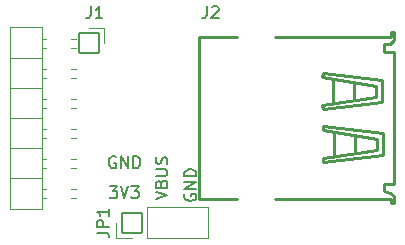
<source format=gto>
%TF.GenerationSoftware,KiCad,Pcbnew,6.0.11-2627ca5db0~126~ubuntu22.04.1*%
%TF.CreationDate,2023-02-25T21:45:27+01:00*%
%TF.ProjectId,pmod,706d6f64-2e6b-4696-9361-645f70636258,0.7*%
%TF.SameCoordinates,Original*%
%TF.FileFunction,Legend,Top*%
%TF.FilePolarity,Positive*%
%FSLAX46Y46*%
G04 Gerber Fmt 4.6, Leading zero omitted, Abs format (unit mm)*
G04 Created by KiCad (PCBNEW 6.0.11-2627ca5db0~126~ubuntu22.04.1) date 2023-02-25 21:45:27*
%MOMM*%
%LPD*%
G01*
G04 APERTURE LIST*
G04 Aperture macros list*
%AMRoundRect*
0 Rectangle with rounded corners*
0 $1 Rounding radius*
0 $2 $3 $4 $5 $6 $7 $8 $9 X,Y pos of 4 corners*
0 Add a 4 corners polygon primitive as box body*
4,1,4,$2,$3,$4,$5,$6,$7,$8,$9,$2,$3,0*
0 Add four circle primitives for the rounded corners*
1,1,$1+$1,$2,$3*
1,1,$1+$1,$4,$5*
1,1,$1+$1,$6,$7*
1,1,$1+$1,$8,$9*
0 Add four rect primitives between the rounded corners*
20,1,$1+$1,$2,$3,$4,$5,0*
20,1,$1+$1,$4,$5,$6,$7,0*
20,1,$1+$1,$6,$7,$8,$9,0*
20,1,$1+$1,$8,$9,$2,$3,0*%
G04 Aperture macros list end*
%ADD10C,0.150000*%
%ADD11C,0.152000*%
%ADD12C,0.120000*%
%ADD13C,0.254000*%
%ADD14RoundRect,0.050000X0.850000X0.850000X-0.850000X0.850000X-0.850000X-0.850000X0.850000X-0.850000X0*%
%ADD15O,1.800000X1.800000*%
%ADD16C,1.800000*%
%ADD17C,1.400000*%
%ADD18C,2.900000*%
%ADD19RoundRect,0.050000X0.850000X-0.850000X0.850000X0.850000X-0.850000X0.850000X-0.850000X-0.850000X0*%
G04 APERTURE END LIST*
D10*
X145473095Y-78425000D02*
X145377857Y-78377380D01*
X145235000Y-78377380D01*
X145092142Y-78425000D01*
X144996904Y-78520238D01*
X144949285Y-78615476D01*
X144901666Y-78805952D01*
X144901666Y-78948809D01*
X144949285Y-79139285D01*
X144996904Y-79234523D01*
X145092142Y-79329761D01*
X145235000Y-79377380D01*
X145330238Y-79377380D01*
X145473095Y-79329761D01*
X145520714Y-79282142D01*
X145520714Y-78948809D01*
X145330238Y-78948809D01*
X145949285Y-79377380D02*
X145949285Y-78377380D01*
X146520714Y-79377380D01*
X146520714Y-78377380D01*
X146996904Y-79377380D02*
X146996904Y-78377380D01*
X147235000Y-78377380D01*
X147377857Y-78425000D01*
X147473095Y-78520238D01*
X147520714Y-78615476D01*
X147568333Y-78805952D01*
X147568333Y-78948809D01*
X147520714Y-79139285D01*
X147473095Y-79234523D01*
X147377857Y-79329761D01*
X147235000Y-79377380D01*
X146996904Y-79377380D01*
X151360000Y-81591904D02*
X151312380Y-81687142D01*
X151312380Y-81830000D01*
X151360000Y-81972857D01*
X151455238Y-82068095D01*
X151550476Y-82115714D01*
X151740952Y-82163333D01*
X151883809Y-82163333D01*
X152074285Y-82115714D01*
X152169523Y-82068095D01*
X152264761Y-81972857D01*
X152312380Y-81830000D01*
X152312380Y-81734761D01*
X152264761Y-81591904D01*
X152217142Y-81544285D01*
X151883809Y-81544285D01*
X151883809Y-81734761D01*
X152312380Y-81115714D02*
X151312380Y-81115714D01*
X152312380Y-80544285D01*
X151312380Y-80544285D01*
X152312380Y-80068095D02*
X151312380Y-80068095D01*
X151312380Y-79830000D01*
X151360000Y-79687142D01*
X151455238Y-79591904D01*
X151550476Y-79544285D01*
X151740952Y-79496666D01*
X151883809Y-79496666D01*
X152074285Y-79544285D01*
X152169523Y-79591904D01*
X152264761Y-79687142D01*
X152312380Y-79830000D01*
X152312380Y-80068095D01*
X148862380Y-82028333D02*
X149862380Y-81695000D01*
X148862380Y-81361666D01*
X149338571Y-80695000D02*
X149386190Y-80552142D01*
X149433809Y-80504523D01*
X149529047Y-80456904D01*
X149671904Y-80456904D01*
X149767142Y-80504523D01*
X149814761Y-80552142D01*
X149862380Y-80647380D01*
X149862380Y-81028333D01*
X148862380Y-81028333D01*
X148862380Y-80695000D01*
X148910000Y-80599761D01*
X148957619Y-80552142D01*
X149052857Y-80504523D01*
X149148095Y-80504523D01*
X149243333Y-80552142D01*
X149290952Y-80599761D01*
X149338571Y-80695000D01*
X149338571Y-81028333D01*
X148862380Y-80028333D02*
X149671904Y-80028333D01*
X149767142Y-79980714D01*
X149814761Y-79933095D01*
X149862380Y-79837857D01*
X149862380Y-79647380D01*
X149814761Y-79552142D01*
X149767142Y-79504523D01*
X149671904Y-79456904D01*
X148862380Y-79456904D01*
X149814761Y-79028333D02*
X149862380Y-78885476D01*
X149862380Y-78647380D01*
X149814761Y-78552142D01*
X149767142Y-78504523D01*
X149671904Y-78456904D01*
X149576666Y-78456904D01*
X149481428Y-78504523D01*
X149433809Y-78552142D01*
X149386190Y-78647380D01*
X149338571Y-78837857D01*
X149290952Y-78933095D01*
X149243333Y-78980714D01*
X149148095Y-79028333D01*
X149052857Y-79028333D01*
X148957619Y-78980714D01*
X148910000Y-78933095D01*
X148862380Y-78837857D01*
X148862380Y-78599761D01*
X148910000Y-78456904D01*
X144996904Y-80917380D02*
X145615952Y-80917380D01*
X145282619Y-81298333D01*
X145425476Y-81298333D01*
X145520714Y-81345952D01*
X145568333Y-81393571D01*
X145615952Y-81488809D01*
X145615952Y-81726904D01*
X145568333Y-81822142D01*
X145520714Y-81869761D01*
X145425476Y-81917380D01*
X145139761Y-81917380D01*
X145044523Y-81869761D01*
X144996904Y-81822142D01*
X145901666Y-80917380D02*
X146235000Y-81917380D01*
X146568333Y-80917380D01*
X146806428Y-80917380D02*
X147425476Y-80917380D01*
X147092142Y-81298333D01*
X147235000Y-81298333D01*
X147330238Y-81345952D01*
X147377857Y-81393571D01*
X147425476Y-81488809D01*
X147425476Y-81726904D01*
X147377857Y-81822142D01*
X147330238Y-81869761D01*
X147235000Y-81917380D01*
X146949285Y-81917380D01*
X146854047Y-81869761D01*
X146806428Y-81822142D01*
%TO.C,J1*%
X143361666Y-65677380D02*
X143361666Y-66391666D01*
X143314047Y-66534523D01*
X143218809Y-66629761D01*
X143075952Y-66677380D01*
X142980714Y-66677380D01*
X144361666Y-66677380D02*
X143790238Y-66677380D01*
X144075952Y-66677380D02*
X144075952Y-65677380D01*
X143980714Y-65820238D01*
X143885476Y-65915476D01*
X143790238Y-65963095D01*
D11*
%TO.C,J2*%
X153207609Y-65677380D02*
X153207609Y-66391666D01*
X153159990Y-66534523D01*
X153064752Y-66629761D01*
X152921895Y-66677380D01*
X152826657Y-66677380D01*
X153636180Y-65772619D02*
X153683800Y-65725000D01*
X153779038Y-65677380D01*
X154017133Y-65677380D01*
X154112371Y-65725000D01*
X154159990Y-65772619D01*
X154207609Y-65867857D01*
X154207609Y-65963095D01*
X154159990Y-66105952D01*
X153588561Y-66677380D01*
X154207609Y-66677380D01*
D10*
%TO.C,JP1*%
X143909380Y-84838333D02*
X144623666Y-84838333D01*
X144766523Y-84885952D01*
X144861761Y-84981190D01*
X144909380Y-85124047D01*
X144909380Y-85219285D01*
X144909380Y-84362142D02*
X143909380Y-84362142D01*
X143909380Y-83981190D01*
X143957000Y-83885952D01*
X144004619Y-83838333D01*
X144099857Y-83790714D01*
X144242714Y-83790714D01*
X144337952Y-83838333D01*
X144385571Y-83885952D01*
X144433190Y-83981190D01*
X144433190Y-84362142D01*
X144909380Y-82838333D02*
X144909380Y-83409761D01*
X144909380Y-83124047D02*
X143909380Y-83124047D01*
X144052238Y-83219285D01*
X144147476Y-83314523D01*
X144195095Y-83409761D01*
D12*
%TO.C,J1*%
X139629471Y-69175480D02*
X139232400Y-69175480D01*
X139232400Y-77685480D02*
X136572400Y-77685480D01*
X144482400Y-67525480D02*
X144482400Y-68795480D01*
X139629471Y-70955480D02*
X139232400Y-70955480D01*
X139629471Y-71715480D02*
X139232400Y-71715480D01*
X142102400Y-81875480D02*
X141715329Y-81875480D01*
X139629471Y-68415480D02*
X139232400Y-68415480D01*
X142169471Y-69175480D02*
X141715329Y-69175480D01*
X139629471Y-81875480D02*
X139232400Y-81875480D01*
X139629471Y-79335480D02*
X139232400Y-79335480D01*
X143212400Y-67525480D02*
X144482400Y-67525480D01*
X139629471Y-81115480D02*
X139232400Y-81115480D01*
X142169471Y-76035480D02*
X141715329Y-76035480D01*
X139232400Y-75145480D02*
X136572400Y-75145480D01*
X139629471Y-73495480D02*
X139232400Y-73495480D01*
X139629471Y-76035480D02*
X139232400Y-76035480D01*
X136572400Y-67465480D02*
X136572400Y-82825480D01*
X139232400Y-80225480D02*
X136572400Y-80225480D01*
X142169471Y-76795480D02*
X141715329Y-76795480D01*
X142102400Y-81115480D02*
X141715329Y-81115480D01*
X142169471Y-68415480D02*
X141715329Y-68415480D01*
X142169471Y-73495480D02*
X141715329Y-73495480D01*
X142169471Y-79335480D02*
X141715329Y-79335480D01*
X139629471Y-76795480D02*
X139232400Y-76795480D01*
X139232400Y-82825480D02*
X139232400Y-67465480D01*
X139232400Y-70065480D02*
X136572400Y-70065480D01*
X139232400Y-67465480D02*
X136572400Y-67465480D01*
X139629471Y-74255480D02*
X139232400Y-74255480D01*
X142169471Y-70955480D02*
X141715329Y-70955480D01*
X139232400Y-72605480D02*
X136572400Y-72605480D01*
X142169471Y-78575480D02*
X141715329Y-78575480D01*
X139629471Y-78575480D02*
X139232400Y-78575480D01*
X136572400Y-82825480D02*
X139232400Y-82825480D01*
X142169471Y-71715480D02*
X141715329Y-71715480D01*
X142169471Y-74255480D02*
X141715329Y-74255480D01*
D13*
%TO.C,J2*%
X168070000Y-71954000D02*
X168070000Y-73808000D01*
X163049000Y-78527000D02*
X163074000Y-78860000D01*
X168714000Y-81465000D02*
X168206000Y-81339000D01*
X162965000Y-71675000D02*
X163016000Y-71370000D01*
X167613000Y-77872000D02*
X163049000Y-78527000D01*
X158988000Y-81974000D02*
X168841000Y-81974000D01*
X163066000Y-75840000D02*
X163016000Y-76145000D01*
X163981000Y-78431000D02*
X163981000Y-76348000D01*
X168206000Y-80704000D02*
X168968000Y-80704000D01*
X163016000Y-76145000D02*
X167613000Y-76932000D01*
X168968000Y-68639000D02*
X169095000Y-68512000D01*
X168841000Y-67877000D02*
X168841000Y-68258000D01*
X163016000Y-71370000D02*
X168070000Y-71954000D01*
X167562000Y-73402000D02*
X167562000Y-72462000D01*
X168121000Y-76424000D02*
X163066000Y-75840000D01*
X163930000Y-73961000D02*
X163930000Y-71878000D01*
X168206000Y-81339000D02*
X168206000Y-80704000D01*
X169095000Y-69528000D02*
X168206000Y-69528000D01*
X165683000Y-73630000D02*
X165683000Y-72183000D01*
X168070000Y-73808000D02*
X163023000Y-74390000D01*
X168968000Y-80704000D02*
X169095000Y-80704000D01*
X155777000Y-68257000D02*
X152585000Y-68257000D01*
X168841000Y-81974000D02*
X168841000Y-82355000D01*
X168206000Y-69528000D02*
X168206000Y-68893000D01*
X168121000Y-78279000D02*
X168121000Y-76424000D01*
X162998000Y-74057000D02*
X167562000Y-73402000D01*
X152585000Y-68257000D02*
X152585000Y-81973000D01*
X169095000Y-80704000D02*
X169095000Y-69528000D01*
X168841000Y-68258000D02*
X168714000Y-68258000D01*
X152585000Y-81973000D02*
X155777000Y-81973000D01*
X169095000Y-68512000D02*
X169095000Y-67877000D01*
X168714000Y-68893000D02*
X168968000Y-68639000D01*
X163074000Y-78860000D02*
X168121000Y-78279000D01*
X167562000Y-72462000D02*
X162965000Y-71675000D01*
X169095000Y-67877000D02*
X168841000Y-67877000D01*
X169095000Y-82355000D02*
X169095000Y-81720000D01*
X163023000Y-74390000D02*
X162998000Y-74057000D01*
X165733000Y-78101000D02*
X165733000Y-76653000D01*
X168841000Y-82355000D02*
X169095000Y-82355000D01*
X168714000Y-68257000D02*
X158988000Y-68257000D01*
X167613000Y-76932000D02*
X167613000Y-77872000D01*
X169095000Y-81720000D02*
X168714000Y-81465000D01*
X168206000Y-68893000D02*
X168714000Y-68893000D01*
D12*
%TO.C,JP1*%
X145540000Y-85335000D02*
X145540000Y-84005000D01*
X148140000Y-85335000D02*
X148140000Y-82675000D01*
X148140000Y-82675000D02*
X153280000Y-82675000D01*
X153280000Y-85335000D02*
X153280000Y-82675000D01*
X148140000Y-85335000D02*
X153280000Y-85335000D01*
X146870000Y-85335000D02*
X145540000Y-85335000D01*
%TD*%
%LPC*%
D14*
%TO.C,J1*%
X143212400Y-68795480D03*
D15*
X143212400Y-71335480D03*
X143212400Y-73875480D03*
X143212400Y-76415480D03*
X143212400Y-78955480D03*
D16*
X143212400Y-81495480D03*
X140672400Y-68795480D03*
D15*
X140672400Y-71335480D03*
X140672400Y-73875480D03*
X140672400Y-76415480D03*
X140672400Y-78955480D03*
X140672400Y-81495480D03*
%TD*%
D17*
%TO.C,J2*%
X155383000Y-78615000D03*
X155383000Y-76115000D03*
X155383000Y-74115000D03*
X155383000Y-71615000D03*
X153883000Y-71115000D03*
X153883000Y-73115000D03*
X153883000Y-75115000D03*
X153883000Y-77115000D03*
X153883000Y-79115000D03*
D18*
X157383000Y-81685000D03*
X157383000Y-68545000D03*
%TD*%
D19*
%TO.C,JP1*%
X146870000Y-84005000D03*
D15*
X149410000Y-84005000D03*
X151950000Y-84005000D03*
%TD*%
M02*

</source>
